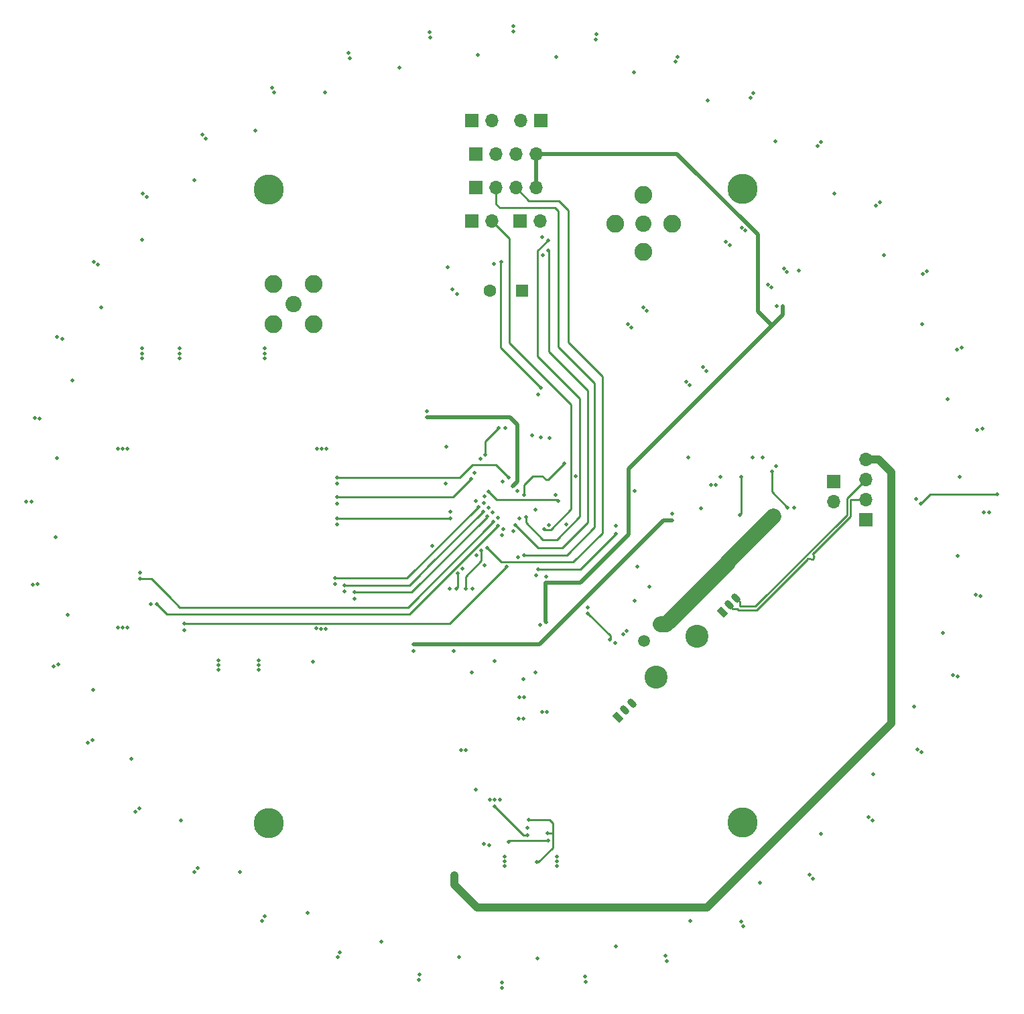
<source format=gbl>
G04 #@! TF.GenerationSoftware,KiCad,Pcbnew,(6.0.6)*
G04 #@! TF.CreationDate,2023-02-05T11:55:43-05:00*
G04 #@! TF.ProjectId,NoseConeBoardV1,4e6f7365-436f-46e6-9542-6f6172645631,rev?*
G04 #@! TF.SameCoordinates,Original*
G04 #@! TF.FileFunction,Copper,L4,Bot*
G04 #@! TF.FilePolarity,Positive*
%FSLAX46Y46*%
G04 Gerber Fmt 4.6, Leading zero omitted, Abs format (unit mm)*
G04 Created by KiCad (PCBNEW (6.0.6)) date 2023-02-05 11:55:43*
%MOMM*%
%LPD*%
G01*
G04 APERTURE LIST*
G04 Aperture macros list*
%AMRoundRect*
0 Rectangle with rounded corners*
0 $1 Rounding radius*
0 $2 $3 $4 $5 $6 $7 $8 $9 X,Y pos of 4 corners*
0 Add a 4 corners polygon primitive as box body*
4,1,4,$2,$3,$4,$5,$6,$7,$8,$9,$2,$3,0*
0 Add four circle primitives for the rounded corners*
1,1,$1+$1,$2,$3*
1,1,$1+$1,$4,$5*
1,1,$1+$1,$6,$7*
1,1,$1+$1,$8,$9*
0 Add four rect primitives between the rounded corners*
20,1,$1+$1,$2,$3,$4,$5,0*
20,1,$1+$1,$4,$5,$6,$7,0*
20,1,$1+$1,$6,$7,$8,$9,0*
20,1,$1+$1,$8,$9,$2,$3,0*%
%AMHorizOval*
0 Thick line with rounded ends*
0 $1 width*
0 $2 $3 position (X,Y) of the first rounded end (center of the circle)*
0 $4 $5 position (X,Y) of the second rounded end (center of the circle)*
0 Add line between two ends*
20,1,$1,$2,$3,$4,$5,0*
0 Add two circle primitives to create the rounded ends*
1,1,$1,$2,$3*
1,1,$1,$4,$5*%
%AMRotRect*
0 Rectangle, with rotation*
0 The origin of the aperture is its center*
0 $1 length*
0 $2 width*
0 $3 Rotation angle, in degrees counterclockwise*
0 Add horizontal line*
21,1,$1,$2,0,0,$3*%
G04 Aperture macros list end*
G04 #@! TA.AperFunction,ComponentPad*
%ADD10R,1.700000X1.700000*%
G04 #@! TD*
G04 #@! TA.AperFunction,ComponentPad*
%ADD11O,1.700000X1.700000*%
G04 #@! TD*
G04 #@! TA.AperFunction,ComponentPad*
%ADD12C,3.800000*%
G04 #@! TD*
G04 #@! TA.AperFunction,ComponentPad*
%ADD13RoundRect,0.200000X0.176777X-0.459619X0.459619X-0.176777X-0.176777X0.459619X-0.459619X0.176777X0*%
G04 #@! TD*
G04 #@! TA.AperFunction,ComponentPad*
%ADD14HorizOval,0.800000X-0.176777X0.176777X0.176777X-0.176777X0*%
G04 #@! TD*
G04 #@! TA.AperFunction,ComponentPad*
%ADD15C,2.050000*%
G04 #@! TD*
G04 #@! TA.AperFunction,ComponentPad*
%ADD16C,2.250000*%
G04 #@! TD*
G04 #@! TA.AperFunction,ComponentPad*
%ADD17R,1.600000X1.600000*%
G04 #@! TD*
G04 #@! TA.AperFunction,ComponentPad*
%ADD18C,1.600000*%
G04 #@! TD*
G04 #@! TA.AperFunction,ComponentPad*
%ADD19RotRect,1.520000X1.520000X45.000000*%
G04 #@! TD*
G04 #@! TA.AperFunction,ComponentPad*
%ADD20C,1.520000*%
G04 #@! TD*
G04 #@! TA.AperFunction,ComponentPad*
%ADD21C,2.910000*%
G04 #@! TD*
G04 #@! TA.AperFunction,ViaPad*
%ADD22C,0.500000*%
G04 #@! TD*
G04 #@! TA.AperFunction,Conductor*
%ADD23C,0.250000*%
G04 #@! TD*
G04 #@! TA.AperFunction,Conductor*
%ADD24C,1.000000*%
G04 #@! TD*
G04 #@! TA.AperFunction,Conductor*
%ADD25C,0.500000*%
G04 #@! TD*
G04 #@! TA.AperFunction,Conductor*
%ADD26C,2.000000*%
G04 #@! TD*
G04 #@! TA.AperFunction,Conductor*
%ADD27C,0.261100*%
G04 #@! TD*
G04 APERTURE END LIST*
D10*
X211820001Y-114000000D03*
D11*
X214360001Y-114000000D03*
D10*
X205670001Y-114000000D03*
D11*
X208210001Y-114000000D03*
D10*
X206200000Y-109775000D03*
D11*
X208740000Y-109775000D03*
X211280000Y-109775000D03*
X213820000Y-109775000D03*
D12*
X180000000Y-190100000D03*
X239900000Y-109900000D03*
D10*
X255475000Y-151700000D03*
D11*
X255475000Y-149160000D03*
X255475000Y-146620000D03*
X255475000Y-144080000D03*
D10*
X206220001Y-105500000D03*
D11*
X208760001Y-105500000D03*
X211300001Y-105500000D03*
X213840001Y-105500000D03*
D13*
X224114035Y-176681802D03*
D14*
X224997918Y-175797919D03*
X225881802Y-174914035D03*
D10*
X251425000Y-146950000D03*
D11*
X251425000Y-149490000D03*
D15*
X183200000Y-124500000D03*
D16*
X180660000Y-127040000D03*
X185740000Y-127040000D03*
X180660000Y-121960000D03*
X185740000Y-121960000D03*
D15*
X227400000Y-114300000D03*
D16*
X223807898Y-114300000D03*
X227400000Y-110707898D03*
X227400000Y-117892102D03*
X230992102Y-114300000D03*
D10*
X214370001Y-101300000D03*
D11*
X211830001Y-101300000D03*
D13*
X237314035Y-163381802D03*
D14*
X238197918Y-162497919D03*
X239081802Y-161614035D03*
D17*
X212000000Y-122800000D03*
D18*
X208000000Y-122800000D03*
D12*
X180000000Y-110000000D03*
D10*
X205670001Y-101275000D03*
D11*
X208210001Y-101275000D03*
D12*
X239900000Y-190000000D03*
D19*
X229566465Y-164945145D03*
D20*
X227445145Y-167066465D03*
D21*
X234141446Y-166479567D03*
X228979566Y-171641446D03*
D22*
X203500000Y-196600000D03*
X215250000Y-191350000D03*
X203500000Y-197300000D03*
X213900000Y-195000000D03*
X203500000Y-197900000D03*
X212900000Y-189700000D03*
X150859369Y-159880271D03*
X214700000Y-118300000D03*
X261800000Y-149100000D03*
X161000000Y-165400000D03*
X207200000Y-192700000D03*
X210909364Y-89319130D03*
X164025633Y-116326926D03*
X239680730Y-202551376D03*
X245500000Y-120400000D03*
X208300000Y-150800000D03*
X215200000Y-176000000D03*
X149409364Y-149419130D03*
X179500000Y-131300000D03*
X223800000Y-167300000D03*
X179537390Y-201858205D03*
X204300000Y-180900000D03*
X207800000Y-150200000D03*
X225400000Y-127000000D03*
X161000000Y-142800000D03*
X216382405Y-93226744D03*
X213800000Y-158800000D03*
X187109182Y-97762358D03*
X178800000Y-170700000D03*
X245100000Y-120000000D03*
X221335786Y-91009870D03*
X249823505Y-191417675D03*
X266488538Y-171340731D03*
X196551784Y-94546470D03*
X209800000Y-194900000D03*
X209500000Y-153700000D03*
X209200000Y-187100000D03*
X220077808Y-210116995D03*
X216300000Y-148600000D03*
X188400000Y-159900000D03*
X202900000Y-160500000D03*
X262641610Y-120647764D03*
X218774500Y-146200000D03*
X180737998Y-97686884D03*
X243100000Y-122000000D03*
X205800000Y-160500000D03*
X211700000Y-151600000D03*
X176417160Y-196302861D03*
X270207229Y-140250686D03*
X153316978Y-143946089D03*
X150211499Y-159987574D03*
X163691331Y-188247524D03*
X257759415Y-118278233D03*
X266962695Y-130200264D03*
X198962189Y-209873888D03*
X163800000Y-158400000D03*
X179500000Y-130100000D03*
X213700000Y-171000000D03*
X237100000Y-146300000D03*
X186000000Y-165474500D03*
X202600000Y-119800000D03*
X244100000Y-145000000D03*
X152836639Y-170256170D03*
X194250846Y-205075255D03*
X211700000Y-174200000D03*
X184950261Y-201469181D03*
X214300000Y-165000000D03*
X170595223Y-108820585D03*
X235468467Y-98769079D03*
X238300000Y-117000000D03*
X178800000Y-170100000D03*
X158859313Y-124860027D03*
X150454606Y-138871955D03*
X208000000Y-187100000D03*
X212700000Y-190700000D03*
X188756754Y-207013027D03*
X269964122Y-161366305D03*
X150066024Y-149425959D03*
X202400000Y-147200000D03*
X164000000Y-131300000D03*
X233200000Y-134700000D03*
X168800000Y-130100000D03*
X153315467Y-128666520D03*
X231430965Y-93839956D03*
X205700000Y-171000000D03*
X189600000Y-160800000D03*
X208600000Y-187100000D03*
X171664108Y-103093677D03*
X262566136Y-127018948D03*
X164083813Y-110501412D03*
X172080970Y-103601097D03*
X187300000Y-142800000D03*
X168910819Y-189733271D03*
X256334915Y-189736848D03*
X168800000Y-130700000D03*
X242400000Y-143900000D03*
X265782024Y-136461550D03*
X216400000Y-195500000D03*
X157777118Y-179590496D03*
X228100000Y-160200000D03*
X188987763Y-206398304D03*
X244200000Y-124700000D03*
X200340920Y-90121265D03*
X209800000Y-195500000D03*
X209900000Y-140100000D03*
X211500000Y-156500000D03*
X204500000Y-157900000D03*
X157905019Y-119112912D03*
X267101750Y-156292171D03*
X215500000Y-141400000D03*
X155253239Y-134160612D03*
X248337758Y-196637163D03*
X209516193Y-210262470D03*
X267103261Y-171571740D03*
X214600000Y-176000000D03*
X231000000Y-151000000D03*
X204036323Y-207011516D03*
X186100000Y-142800000D03*
X242050261Y-197669181D03*
X267582089Y-129982090D03*
X230128230Y-206872461D03*
X164000000Y-130700000D03*
X207300000Y-157500000D03*
X210902535Y-89975790D03*
X188700000Y-149700000D03*
X239800000Y-114800000D03*
X163183911Y-188664386D03*
X200700000Y-155000000D03*
X240881338Y-98380055D03*
X226300000Y-162000000D03*
X173700000Y-170100000D03*
X247000000Y-120200000D03*
X217593767Y-152293767D03*
X207200000Y-149600000D03*
X154636704Y-163776710D03*
X212300000Y-174200000D03*
X209509364Y-210919130D03*
X170591646Y-196244681D03*
X231661974Y-93225233D03*
X240200000Y-115200000D03*
X203000000Y-150700000D03*
X267309364Y-146319130D03*
X261948439Y-180791104D03*
X207900000Y-192900000D03*
X226167882Y-95163005D03*
X270352704Y-150812301D03*
X158470289Y-119447156D03*
X216400000Y-194300000D03*
X188700000Y-152300000D03*
X208500000Y-119400000D03*
X237800000Y-116600000D03*
X200448223Y-90769135D03*
X234600000Y-150300000D03*
X206800000Y-144000000D03*
X206409364Y-93019130D03*
X180415582Y-97114785D03*
X212200000Y-176900000D03*
X256393095Y-183911334D03*
X249827082Y-103993579D03*
X153109364Y-153919130D03*
X199082942Y-209228390D03*
X227400000Y-124900000D03*
X216400000Y-194900000D03*
X235900000Y-147300000D03*
X169400000Y-165700000D03*
X190072324Y-92746405D03*
X223900000Y-152500000D03*
X214400000Y-141300000D03*
X157852592Y-173219312D03*
X257234817Y-111573874D03*
X188700000Y-147200000D03*
X187200000Y-165500000D03*
X186600000Y-165500000D03*
X162659313Y-181960027D03*
X153930190Y-128897529D03*
X209600000Y-146900000D03*
X173700000Y-169500000D03*
X209000000Y-151500000D03*
X226300000Y-148100000D03*
X232800000Y-134300000D03*
X251507909Y-110504989D03*
X241200000Y-143900000D03*
X226600000Y-157700000D03*
X269559359Y-140357989D03*
X202500000Y-142500000D03*
X164000000Y-130100000D03*
X262513709Y-181125348D03*
X157205019Y-179912912D03*
X249399758Y-104492220D03*
X203800000Y-123200000D03*
X162200000Y-142800000D03*
X179500000Y-130700000D03*
X161600000Y-165400000D03*
X206300000Y-156200000D03*
X153456033Y-170037996D03*
X263213709Y-120325348D03*
X219970505Y-209469125D03*
X211400000Y-148100000D03*
X214009364Y-207219130D03*
X221456539Y-90364372D03*
X211600000Y-176900000D03*
X190900000Y-161700000D03*
X206157782Y-149397939D03*
X173700000Y-170700000D03*
X171018970Y-195746040D03*
X208600000Y-169600000D03*
X185600000Y-169700000D03*
X213710738Y-150497203D03*
X165100000Y-162400000D03*
X203400000Y-168300000D03*
X164582454Y-110928736D03*
X151100104Y-138992708D03*
X269318624Y-161245552D03*
X244001568Y-103935399D03*
X206000000Y-145800000D03*
X206200000Y-185900000D03*
X261559415Y-175378233D03*
X225800000Y-127400000D03*
X256727397Y-111990736D03*
X215400000Y-152400000D03*
X210900000Y-153200000D03*
X161600000Y-142800000D03*
X240003146Y-203123475D03*
X213300000Y-141100000D03*
X246400000Y-150200000D03*
X214100000Y-135900000D03*
X265165489Y-166077648D03*
X220300000Y-162800000D03*
X168800000Y-131300000D03*
X233000000Y-143900000D03*
X162200000Y-165400000D03*
X190290498Y-93365799D03*
X248754620Y-197144583D03*
X223866944Y-205691790D03*
X204900000Y-180900000D03*
X230346404Y-207491855D03*
X255836274Y-189309524D03*
X233309546Y-202475902D03*
X235300000Y-132900000D03*
X241215582Y-97814785D03*
X234900000Y-132400000D03*
X200000000Y-138000000D03*
X198300000Y-168300000D03*
X209800000Y-194300000D03*
X179203146Y-202423475D03*
X271009364Y-150819130D03*
X207300000Y-148800000D03*
X178368467Y-102569079D03*
X212200000Y-171900000D03*
X227800000Y-125300000D03*
X243500000Y-122400000D03*
X225200000Y-165800000D03*
X203200000Y-122600000D03*
X209700000Y-152900000D03*
X224800000Y-166200000D03*
X178800000Y-169500000D03*
X236500000Y-147300000D03*
X214600000Y-116000000D03*
X186700000Y-142800000D03*
X215100000Y-158900000D03*
X245000000Y-124700000D03*
X215000000Y-159700000D03*
X215100000Y-164700000D03*
X225500000Y-148100000D03*
X210868797Y-147468797D03*
X200000000Y-138800000D03*
X198300000Y-167500000D03*
X203400000Y-167500000D03*
X231000000Y-151800000D03*
X212300000Y-148625500D03*
X209400000Y-119100000D03*
X214400000Y-135100000D03*
X217350000Y-144650000D03*
X212700000Y-191600000D03*
X244100000Y-150700000D03*
X243400000Y-150700000D03*
X208600000Y-188000000D03*
X243400000Y-151500000D03*
X244100000Y-151500000D03*
X239550000Y-151150000D03*
X239700000Y-146300000D03*
X214100000Y-158000000D03*
X272100000Y-148500000D03*
X262400000Y-149700000D03*
X223900000Y-153500000D03*
X214800000Y-152900000D03*
X212300000Y-156200000D03*
X207600000Y-155300000D03*
X215300000Y-116400000D03*
X212500000Y-151400000D03*
X215300000Y-117700000D03*
X211200000Y-152400000D03*
X223100000Y-166900000D03*
X220350000Y-163550000D03*
X207800000Y-148200000D03*
X216600000Y-149400000D03*
X209100000Y-140100000D03*
X207400000Y-143500000D03*
X210300000Y-146400000D03*
X188700000Y-146400000D03*
X169400000Y-164900000D03*
X210100000Y-157700000D03*
X165900000Y-162400000D03*
X209024454Y-152509857D03*
X188700000Y-148900000D03*
X205600000Y-146600000D03*
X188658500Y-151541500D03*
X202958500Y-151541500D03*
X188400000Y-159100000D03*
X206500000Y-150100000D03*
X207100000Y-150700000D03*
X189600000Y-160000000D03*
X207600000Y-151300000D03*
X190900000Y-160900000D03*
X208400000Y-152000000D03*
X163800000Y-159200000D03*
X203700000Y-160500000D03*
X203900000Y-158500000D03*
X206900000Y-155600000D03*
X204900000Y-160500000D03*
X215300000Y-192300000D03*
X210300000Y-192500000D03*
X245600000Y-150200000D03*
X243600000Y-145600000D03*
D23*
X215250000Y-191350000D02*
X215850000Y-191350000D01*
X214100000Y-195000000D02*
X213900000Y-195000000D01*
D24*
X206400000Y-200800000D02*
X235400000Y-200800000D01*
D23*
X215900000Y-193200000D02*
X214100000Y-195000000D01*
D24*
X258700000Y-177500000D02*
X258700000Y-145700000D01*
X257080000Y-144080000D02*
X255475000Y-144080000D01*
X235400000Y-200800000D02*
X258700000Y-177500000D01*
D23*
X215900000Y-190100000D02*
X215900000Y-191400000D01*
D24*
X258700000Y-145700000D02*
X257080000Y-144080000D01*
D23*
X215850000Y-191350000D02*
X215900000Y-191400000D01*
X212900000Y-189700000D02*
X215500000Y-189700000D01*
D24*
X203500000Y-197900000D02*
X203500000Y-196700000D01*
D23*
X215500000Y-189700000D02*
X215900000Y-190100000D01*
D24*
X203500000Y-197900000D02*
X206400000Y-200800000D01*
D23*
X215900000Y-191400000D02*
X215900000Y-193200000D01*
D25*
X219400000Y-159700000D02*
X225300000Y-153800000D01*
X225500000Y-153600000D02*
X225500000Y-148100000D01*
X241800000Y-125400000D02*
X243600000Y-127200000D01*
X213840001Y-105500000D02*
X231589950Y-105500000D01*
X225300000Y-153800000D02*
X225500000Y-153600000D01*
X245000000Y-125800000D02*
X245000000Y-124700000D01*
X225500000Y-148100000D02*
X225500000Y-145300000D01*
X213840001Y-109754999D02*
X213820000Y-109775000D01*
X215000000Y-159700000D02*
X219400000Y-159700000D01*
X227900000Y-142900000D02*
X243600000Y-127200000D01*
X215000000Y-159700000D02*
X215000000Y-164600000D01*
X215000000Y-164600000D02*
X215100000Y-164700000D01*
X231589950Y-105500000D02*
X241800000Y-115710050D01*
X213840001Y-105500000D02*
X213840001Y-109754999D01*
X241800000Y-115710050D02*
X241800000Y-125400000D01*
X225500000Y-145300000D02*
X227900000Y-142900000D01*
X243600000Y-127200000D02*
X245000000Y-125800000D01*
X211440527Y-139740527D02*
X210500000Y-138800000D01*
X211440527Y-146897067D02*
X211440527Y-139740527D01*
X210500000Y-138800000D02*
X200000000Y-138800000D01*
X229900000Y-151800000D02*
X214200000Y-167500000D01*
X210868797Y-147468797D02*
X211440527Y-146897067D01*
X203400000Y-167500000D02*
X198300000Y-167500000D01*
X214200000Y-167500000D02*
X203400000Y-167500000D01*
X231000000Y-151800000D02*
X229900000Y-151800000D01*
D23*
X209300000Y-119200000D02*
X209400000Y-119100000D01*
X212300000Y-148625500D02*
X212300000Y-147300000D01*
X213400000Y-146200000D02*
X214600000Y-146200000D01*
X215100000Y-146700000D02*
X215300000Y-146700000D01*
X209300000Y-130000000D02*
X209300000Y-119200000D01*
X212300000Y-147300000D02*
X213400000Y-146200000D01*
X214600000Y-146200000D02*
X215100000Y-146700000D01*
X215300000Y-146700000D02*
X217350000Y-144650000D01*
X214400000Y-135100000D02*
X209300000Y-130000000D01*
X217350000Y-144650000D02*
X217400000Y-144600000D01*
X239700000Y-146300000D02*
X239700000Y-151000000D01*
D26*
X230266465Y-164945145D02*
X238000000Y-157211610D01*
X238000000Y-157211610D02*
X238000000Y-157100000D01*
X238000000Y-157100000D02*
X243800000Y-151300000D01*
D23*
X239550000Y-151150000D02*
X239500000Y-151200000D01*
D26*
X229566465Y-164945145D02*
X230266465Y-164945145D01*
D23*
X212700000Y-191600000D02*
X212200000Y-191600000D01*
X239700000Y-151000000D02*
X239550000Y-151150000D01*
X212200000Y-191600000D02*
X208600000Y-188000000D01*
X214100000Y-158000000D02*
X219400000Y-158000000D01*
X263600000Y-148500000D02*
X262400000Y-149700000D01*
X272100000Y-148500000D02*
X263600000Y-148500000D01*
X219400000Y-158000000D02*
X223900000Y-153500000D01*
X214874500Y-152974500D02*
X215637966Y-152974500D01*
X210400000Y-129400000D02*
X210400000Y-116189999D01*
X214800000Y-152900000D02*
X214874500Y-152974500D01*
X218200000Y-150412466D02*
X218200000Y-137200000D01*
X215637966Y-152974500D02*
X218200000Y-150412466D01*
X210400000Y-116189999D02*
X208210001Y-114000000D01*
X218200000Y-137200000D02*
X210400000Y-129400000D01*
X221200000Y-152700000D02*
X221200000Y-134500000D01*
X221200000Y-134500000D02*
X216600000Y-129900000D01*
X216600000Y-112700000D02*
X216200000Y-112300000D01*
X209200000Y-112300000D02*
X208740000Y-111840000D01*
X208740000Y-111840000D02*
X208740000Y-109775000D01*
X217700000Y-156200000D02*
X221200000Y-152700000D01*
X212300000Y-156200000D02*
X217700000Y-156200000D01*
X216600000Y-129900000D02*
X216600000Y-112700000D01*
X216200000Y-112300000D02*
X209200000Y-112300000D01*
X216700000Y-111400000D02*
X217900000Y-112600000D01*
X209400000Y-157100000D02*
X207600000Y-155300000D01*
X217900000Y-112600000D02*
X217900000Y-129300000D01*
X222200000Y-153400000D02*
X218500000Y-157100000D01*
X212905000Y-111400000D02*
X216700000Y-111400000D01*
X211280000Y-109775000D02*
X212905000Y-111400000D01*
X222200000Y-133600000D02*
X222200000Y-153400000D01*
X217900000Y-129300000D02*
X222200000Y-133600000D01*
X218500000Y-157100000D02*
X209400000Y-157100000D01*
X212500000Y-152100000D02*
X214700000Y-154300000D01*
X214000000Y-117700000D02*
X215300000Y-116400000D01*
X214000000Y-131100000D02*
X214000000Y-117700000D01*
X212500000Y-151400000D02*
X212500000Y-152100000D01*
X219349000Y-136449000D02*
X214000000Y-131100000D01*
X216400000Y-154300000D02*
X219349000Y-151351000D01*
X219349000Y-151351000D02*
X219349000Y-136449000D01*
X214700000Y-154300000D02*
X216400000Y-154300000D01*
X215400000Y-130500000D02*
X215400000Y-117800000D01*
X211200000Y-152400000D02*
X214100000Y-155300000D01*
X220300000Y-135400000D02*
X215400000Y-130500000D01*
X220300000Y-152100000D02*
X220300000Y-135400000D01*
X217100000Y-155300000D02*
X220300000Y-152100000D01*
X215400000Y-117800000D02*
X215300000Y-117700000D01*
X214100000Y-155300000D02*
X217100000Y-155300000D01*
X223200000Y-166400000D02*
X223200000Y-166800000D01*
X220350000Y-163550000D02*
X223200000Y-166400000D01*
X223200000Y-166800000D02*
X223100000Y-166900000D01*
X216400000Y-149200000D02*
X216600000Y-149400000D01*
X207800000Y-148200000D02*
X208800000Y-149200000D01*
X208800000Y-149200000D02*
X216400000Y-149200000D01*
X209100000Y-140100000D02*
X207400000Y-141800000D01*
X207400000Y-141800000D02*
X207400000Y-143500000D01*
X205800000Y-144800000D02*
X208700000Y-144800000D01*
X188700000Y-146400000D02*
X204200000Y-146400000D01*
X204200000Y-146400000D02*
X205800000Y-144800000D01*
X208700000Y-144800000D02*
X210300000Y-146400000D01*
X169400000Y-164900000D02*
X202900000Y-164900000D01*
X202900000Y-164900000D02*
X210100000Y-157700000D01*
X197834311Y-163700000D02*
X209024454Y-152509857D01*
X165900000Y-162400000D02*
X167200000Y-163700000D01*
X167200000Y-163700000D02*
X197834311Y-163700000D01*
X205600000Y-146600000D02*
X203300000Y-148900000D01*
X203300000Y-148900000D02*
X188700000Y-148900000D01*
X188658500Y-151541500D02*
X202958500Y-151541500D01*
X202958500Y-151541500D02*
X203000000Y-151500000D01*
X206500000Y-150100000D02*
X197500000Y-159100000D01*
X197500000Y-159100000D02*
X188400000Y-159100000D01*
X198900000Y-158900000D02*
X197800000Y-160000000D01*
X200300000Y-157500000D02*
X198900000Y-158900000D01*
X207100000Y-150700000D02*
X200300000Y-157500000D01*
X197800000Y-160000000D02*
X189600000Y-160000000D01*
X207600000Y-151300000D02*
X207600000Y-151400000D01*
X198100000Y-160900000D02*
X190900000Y-160900000D01*
X207600000Y-151400000D02*
X198100000Y-160900000D01*
X165200000Y-159200000D02*
X163800000Y-159200000D01*
X167500000Y-161500000D02*
X165200000Y-159200000D01*
X186700000Y-162800000D02*
X168800000Y-162800000D01*
X168800000Y-162800000D02*
X167500000Y-161500000D01*
X197600000Y-162800000D02*
X186700000Y-162800000D01*
X208400000Y-152000000D02*
X197600000Y-162800000D01*
X203900000Y-160300000D02*
X203900000Y-158500000D01*
X203700000Y-160500000D02*
X203900000Y-160300000D01*
X206900000Y-156900000D02*
X206900000Y-155600000D01*
X204900000Y-160500000D02*
X204900000Y-158900000D01*
X204900000Y-158900000D02*
X206900000Y-156900000D01*
X215300000Y-192300000D02*
X210500000Y-192300000D01*
X210500000Y-192300000D02*
X210300000Y-192500000D01*
X243600000Y-148200000D02*
X245600000Y-150200000D01*
X243600000Y-145600000D02*
X243600000Y-148200000D01*
D27*
X239213112Y-162957539D02*
X239387723Y-163132150D01*
X241696160Y-163132150D02*
X248114155Y-156714155D01*
X239387723Y-163132150D02*
X241696160Y-163132150D01*
X238657538Y-162957539D02*
X239213112Y-162957539D01*
X253532150Y-151296160D02*
X253532150Y-149219470D01*
X238197918Y-162497919D02*
X238657538Y-162957539D01*
X248814383Y-156714155D02*
X248888533Y-156640004D01*
X248888532Y-155939775D02*
X248962683Y-155865626D01*
X248962683Y-155865626D02*
X253532150Y-151296160D01*
X253591620Y-149160000D02*
X255475000Y-149160000D01*
X248888533Y-156289890D02*
X248888532Y-156289889D01*
X253532150Y-149219470D02*
X253591620Y-149160000D01*
X248814382Y-156714154D02*
G75*
G02*
X248464270Y-156714154I-175056J175056D01*
G01*
X248888500Y-155939743D02*
G75*
G03*
X248888532Y-156289889I175100J-175057D01*
G01*
X248464268Y-156714156D02*
G75*
G03*
X248114156Y-156714156I-175056J-175056D01*
G01*
X248888580Y-156289843D02*
G75*
G02*
X248888533Y-156640004I-175080J-175057D01*
G01*
X239541422Y-162629229D02*
X239580043Y-162667850D01*
X241503840Y-162667850D02*
X253067850Y-151103840D01*
X239580043Y-162667850D02*
X241503840Y-162667850D01*
X253067850Y-151103840D02*
X253067850Y-149027150D01*
X239541422Y-162073655D02*
X239541422Y-162629229D01*
X239081802Y-161614035D02*
X239541422Y-162073655D01*
X253067850Y-149027150D02*
X255475000Y-146620000D01*
M02*

</source>
